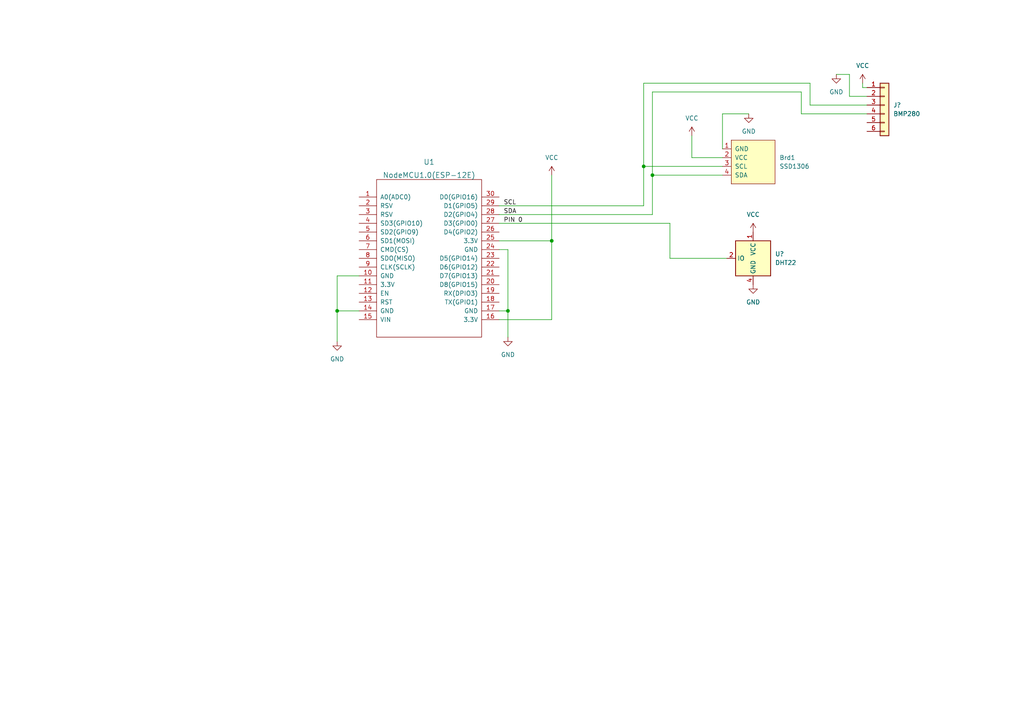
<source format=kicad_sch>
(kicad_sch (version 20211123) (generator eeschema)
  (paper "A4")
  (lib_symbols
    (symbol "Connector_Generic:Conn_01x06" (pin_names (offset 1.016) hide)
      (property "Reference" "J" (at 0 7.62 0))
      (property "Value" "Conn_01x06" (at 0 -10.16 0))
      (symbol "Conn_01x06_1_1"
        (rectangle (start -1.27 -7.493) (end 0 -7.747) (stroke (width 0.1524)))
        (rectangle (start -1.27 -4.953) (end 0 -5.207) (stroke (width 0.1524)))
        (rectangle (start -1.27 -2.413) (end 0 -2.667) (stroke (width 0.1524)))
        (rectangle (start -1.27 0.127) (end 0 -0.127) (stroke (width 0.1524)))
        (rectangle (start -1.27 2.667) (end 0 2.413) (stroke (width 0.1524)))
        (rectangle (start -1.27 5.207) (end 0 4.953) (stroke (width 0.1524)))
        (rectangle (start -1.27 6.35) (end 1.27 -8.89) (stroke (width 0.254)) (fill (type background)))
        (pin passive line (at -5.08 5.08 0) (length 3.81) (name "Pin_1") (number "1"))
        (pin passive line (at -5.08 2.54 0) (length 3.81) (name "Pin_2") (number "2"))
        (pin passive line (at -5.08 0 0) (length 3.81) (name "Pin_3") (number "3"))
        (pin passive line (at -5.08 -2.54 0) (length 3.81) (name "Pin_4") (number "4"))
        (pin passive line (at -5.08 -5.08 0) (length 3.81) (name "Pin_5") (number "5"))
        (pin passive line (at -5.08 -7.62 0) (length 3.81) (name "Pin_6") (number "6"))
      )
    )
    (symbol "ESP8266:NodeMCU1.0(ESP-12E)" (pin_names (offset 1.016))
      (property "Reference" "U" (at 0 21.59 0))
      (property "Value" "NodeMCU1.0(ESP-12E)" (at 0 -21.59 0))
      (symbol "NodeMCU1.0(ESP-12E)_0_1"
        (rectangle (start -15.24 -22.86) (end 15.24 22.86))
      )
      (symbol "NodeMCU1.0(ESP-12E)_1_1"
        (pin input line (at -20.32 17.78 0) (length 5.08) (name "A0(ADC0)") (number "1"))
        (pin input line (at -20.32 -5.08 0) (length 5.08) (name "GND") (number "10"))
        (pin input line (at -20.32 -7.62 0) (length 5.08) (name "3.3V") (number "11"))
        (pin input line (at -20.32 -10.16 0) (length 5.08) (name "EN") (number "12"))
        (pin input line (at -20.32 -12.7 0) (length 5.08) (name "RST") (number "13"))
        (pin input line (at -20.32 -15.24 0) (length 5.08) (name "GND") (number "14"))
        (pin input line (at -20.32 -17.78 0) (length 5.08) (name "VIN") (number "15"))
        (pin input line (at 20.32 -17.78 180) (length 5.08) (name "3.3V") (number "16"))
        (pin input line (at 20.32 -15.24 180) (length 5.08) (name "GND") (number "17"))
        (pin input line (at 20.32 -12.7 180) (length 5.08) (name "TX(GPIO1)") (number "18"))
        (pin input line (at 20.32 -10.16 180) (length 5.08) (name "RX(DPIO3)") (number "19"))
        (pin input line (at -20.32 15.24 0) (length 5.08) (name "RSV") (number "2"))
        (pin input line (at 20.32 -7.62 180) (length 5.08) (name "D8(GPIO15)") (number "20"))
        (pin input line (at 20.32 -5.08 180) (length 5.08) (name "D7(GPIO13)") (number "21"))
        (pin input line (at 20.32 -2.54 180) (length 5.08) (name "D6(GPIO12)") (number "22"))
        (pin input line (at 20.32 0 180) (length 5.08) (name "D5(GPIO14)") (number "23"))
        (pin input line (at 20.32 2.54 180) (length 5.08) (name "GND") (number "24"))
        (pin input line (at 20.32 5.08 180) (length 5.08) (name "3.3V") (number "25"))
        (pin input line (at 20.32 7.62 180) (length 5.08) (name "D4(GPIO2)") (number "26"))
        (pin input line (at 20.32 10.16 180) (length 5.08) (name "D3(GPIO0)") (number "27"))
        (pin input line (at 20.32 12.7 180) (length 5.08) (name "D2(GPIO4)") (number "28"))
        (pin input line (at 20.32 15.24 180) (length 5.08) (name "D1(GPIO5)") (number "29"))
        (pin input line (at -20.32 12.7 0) (length 5.08) (name "RSV") (number "3"))
        (pin input line (at 20.32 17.78 180) (length 5.08) (name "D0(GPIO16)") (number "30"))
        (pin input line (at -20.32 10.16 0) (length 5.08) (name "SD3(GPIO10)") (number "4"))
        (pin input line (at -20.32 7.62 0) (length 5.08) (name "SD2(GPIO9)") (number "5"))
        (pin input line (at -20.32 5.08 0) (length 5.08) (name "SD1(MOSI)") (number "6"))
        (pin input line (at -20.32 2.54 0) (length 5.08) (name "CMD(CS)") (number "7"))
        (pin input line (at -20.32 0 0) (length 5.08) (name "SDO(MISO)") (number "8"))
        (pin input line (at -20.32 -2.54 0) (length 5.08) (name "CLK(SCLK)") (number "9"))
      )
    )
    (symbol "SSD1306-128x64_OLED:SSD1306" (pin_names (offset 1.016))
      (property "Reference" "Brd" (at 0 -3.81 0))
      (property "Value" "SSD1306" (at 0 -1.27 0))
      (symbol "SSD1306_0_1"
        (rectangle (start -6.35 6.35) (end 6.35 -6.35) (fill (type background)))
      )
      (symbol "SSD1306_1_1"
        (pin input line (at -3.81 8.89 270) (length 2.54) (name "GND") (number "1"))
        (pin input line (at -1.27 8.89 270) (length 2.54) (name "VCC") (number "2"))
        (pin input line (at 1.27 8.89 270) (length 2.54) (name "SCL") (number "3"))
        (pin input line (at 3.81 8.89 270) (length 2.54) (name "SDA") (number "4"))
      )
    )
    (symbol "Sensor:DHT11"
      (property "Reference" "U" (at -3.81 6.35 0))
      (property "Value" "DHT11" (at 3.81 6.35 0))
      (symbol "DHT11_0_1"
        (rectangle (start -5.08 5.08) (end 5.08 -5.08) (stroke (width 0.254)) (fill (type background)))
      )
      (symbol "DHT11_1_1"
        (pin power_in line (at 0 7.62 270) (length 2.54) (name "VCC") (number "1"))
        (pin bidirectional line (at 7.62 0 180) (length 2.54) (name "IO") (number "2"))
        (pin no_connect line (at -5.08 0 0) (length 2.54) hide (name "NC") (number "3"))
        (pin power_in line (at 0 -7.62 90) (length 2.54) (name "GND") (number "4"))
      )
    )
    (symbol "power:GND" (power) (pin_names (offset 0))
      (property "Value" "GND" (at 0 -3.81 0))
      (symbol "GND_0_1"
        (polyline (pts (xy 0 0) (xy 0 -1.27) (xy 1.27 -1.27) (xy 0 -2.54) (xy -1.27 -1.27) (xy 0 -1.27)))
      )
      (symbol "GND_1_1"
        (pin power_in line (at 0 0 270) (length 0) hide (name "GND") (number "1"))
      )
    )
    (symbol "power:VCC" (power) (pin_names (offset 0))
      (property "Value" "VCC" (at 0 3.81 0))
      (symbol "VCC_0_1"
        (polyline (pts (xy -0.762 1.27) (xy 0 2.54)))
        (polyline (pts (xy 0 0) (xy 0 2.54)))
        (polyline (pts (xy 0 2.54) (xy 0.762 1.27)))
      )
      (symbol "VCC_1_1"
        (pin power_in line (at 0 0 90) (length 0) hide (name "VCC") (number "1"))
      )
    )
  )
  (junction (at 160.02 69.85))
  (junction (at 97.79 90.17))
  (junction (at 189.23 50.8))
  (junction (at 147.32 90.17))
  (junction (at 186.69 48.26))
  (wire (pts (xy 194.31 64.77) (xy 144.78 64.77)))
  (wire (pts (xy 246.38 21.59) (xy 242.57 21.59)))
  (wire (pts (xy 194.31 74.93) (xy 194.31 64.77)))
  (wire (pts (xy 147.32 90.17) (xy 147.32 97.79)))
  (wire (pts (xy 189.23 26.67) (xy 189.23 50.8)))
  (wire (pts (xy 232.41 33.02) (xy 232.41 26.67)))
  (wire (pts (xy 186.69 59.69) (xy 144.78 59.69)))
  (wire (pts (xy 251.46 27.94) (xy 246.38 27.94)))
  (wire (pts (xy 209.55 48.26) (xy 186.69 48.26)))
  (wire (pts (xy 217.17 33.02) (xy 209.55 33.02)))
  (wire (pts (xy 186.69 48.26) (xy 186.69 59.69)))
  (wire (pts (xy 234.95 24.13) (xy 186.69 24.13)))
  (wire (pts (xy 144.78 72.39) (xy 147.32 72.39)))
  (wire (pts (xy 97.79 90.17) (xy 97.79 99.06)))
  (wire (pts (xy 209.55 50.8) (xy 189.23 50.8)))
  (wire (pts (xy 147.32 72.39) (xy 147.32 90.17)))
  (wire (pts (xy 104.14 80.01) (xy 97.79 80.01)))
  (wire (pts (xy 232.41 26.67) (xy 189.23 26.67)))
  (wire (pts (xy 250.19 24.13) (xy 250.19 25.4)))
  (wire (pts (xy 104.14 90.17) (xy 97.79 90.17)))
  (wire (pts (xy 144.78 69.85) (xy 160.02 69.85)))
  (wire (pts (xy 97.79 80.01) (xy 97.79 90.17)))
  (wire (pts (xy 144.78 90.17) (xy 147.32 90.17)))
  (wire (pts (xy 250.19 25.4) (xy 251.46 25.4)))
  (wire (pts (xy 234.95 30.48) (xy 251.46 30.48)))
  (wire (pts (xy 209.55 45.72) (xy 200.66 45.72)))
  (wire (pts (xy 209.55 33.02) (xy 209.55 43.18)))
  (wire (pts (xy 251.46 33.02) (xy 232.41 33.02)))
  (wire (pts (xy 210.82 74.93) (xy 194.31 74.93)))
  (wire (pts (xy 160.02 92.71) (xy 160.02 69.85)))
  (wire (pts (xy 144.78 92.71) (xy 160.02 92.71)))
  (wire (pts (xy 234.95 30.48) (xy 234.95 24.13)))
  (wire (pts (xy 189.23 62.23) (xy 144.78 62.23)))
  (wire (pts (xy 189.23 50.8) (xy 189.23 62.23)))
  (wire (pts (xy 160.02 69.85) (xy 160.02 50.8)))
  (wire (pts (xy 186.69 24.13) (xy 186.69 48.26)))
  (wire (pts (xy 200.66 39.37) (xy 200.66 45.72)))
  (wire (pts (xy 246.38 27.94) (xy 246.38 21.59)))
  (label "PIN 0" (at 146.05 64.77 0))
  (label "SCL" (at 146.05 59.69 0))
  (label "SDA" (at 146.05 62.23 0))
  (symbol (lib_id "Connector_Generic:Conn_01x06") (at 256.54 30.48 0) (unit 1)
    (property "Reference" "J?" (at 259.08 30.4799 0) (effects (justify left)))
    (property "Value" "BMP280" (at 259.08 33.0199 0) (effects (justify left)))
  )
  (symbol (lib_id "power:VCC") (at 200.66 39.37 0) (unit 1)
    (property "Reference" "#PWR04" (effects hide))
    (property "Value" "VCC" (at 200.66 34.29 0))
  )
  (symbol (lib_id "power:GND") (at 147.32 97.79 0) (unit 1)
    (property "Reference" "#PWR02" (effects hide))
    (property "Value" "GND" (at 147.32 102.87 0))
  )
  (symbol (lib_id "power:VCC") (at 218.44 67.31 0) (unit 1)
    (property "Reference" "#PWR?" (effects hide))
    (property "Value" "VCC" (at 218.44 62.23 0))
  )
  (symbol (lib_id "SSD1306-128x64_OLED:SSD1306") (at 218.44 46.99 90) (mirror x) (unit 1)
    (property "Reference" "Brd1" (at 226.06 45.7199 90) (effects (justify right)))
    (property "Value" "SSD1306" (at 226.06 48.2599 90) (effects (justify right)))
  )
  (symbol (lib_id "power:GND") (at 242.57 21.59 0) (unit 1)
    (property "Reference" "#PWR?" (effects hide))
    (property "Value" "GND" (at 242.57 26.67 0))
  )
  (symbol (lib_id "power:VCC") (at 160.02 50.8 0) (unit 1)
    (property "Reference" "#PWR03" (effects hide))
    (property "Value" "VCC" (at 160.02 45.72 0))
  )
  (symbol (lib_id "power:GND") (at 218.44 82.55 0) (unit 1)
    (property "Reference" "#PWR?" (effects hide))
    (property "Value" "GND" (at 218.44 87.63 0))
  )
  (symbol (lib_id "power:VCC") (at 250.19 24.13 0) (unit 1)
    (property "Reference" "#PWR?" (effects hide))
    (property "Value" "VCC" (at 250.19 19.05 0))
  )
  (symbol (lib_id "power:GND") (at 217.17 33.02 0) (unit 1)
    (property "Reference" "#PWR05" (effects hide))
    (property "Value" "GND" (at 217.17 38.1 0))
  )
  (symbol (lib_id "power:GND") (at 97.79 99.06 0) (unit 1)
    (property "Reference" "#PWR01" (effects hide))
    (property "Value" "GND" (at 97.79 104.14 0))
  )
  (symbol (lib_id "ESP8266:NodeMCU1.0(ESP-12E)") (at 124.46 74.93 0) (unit 1)
    (property "Reference" "U1" (at 124.46 46.99 0) (effects (font (size 1.524 1.524))))
    (property "Value" "NodeMCU1.0(ESP-12E)" (at 124.46 50.8 0) (effects (font (size 1.524 1.524))))
  )
  (symbol (lib_id "Sensor:DHT11") (at 218.44 74.93 0) (mirror y) (unit 1)
    (property "Reference" "U?" (at 224.79 73.6599 0) (effects (justify right)))
    (property "Value" "DHT22" (at 224.79 76.1999 0) (effects (justify right)))
    (property "Footprint" "Sensor:Aosong_DHT11_5.5x12.0_P2.54mm" (effects hide))
    (property "Datasheet" "http://akizukidenshi.com/download/ds/aosong/DHT11.pdf" (effects hide))
  )
)
</source>
